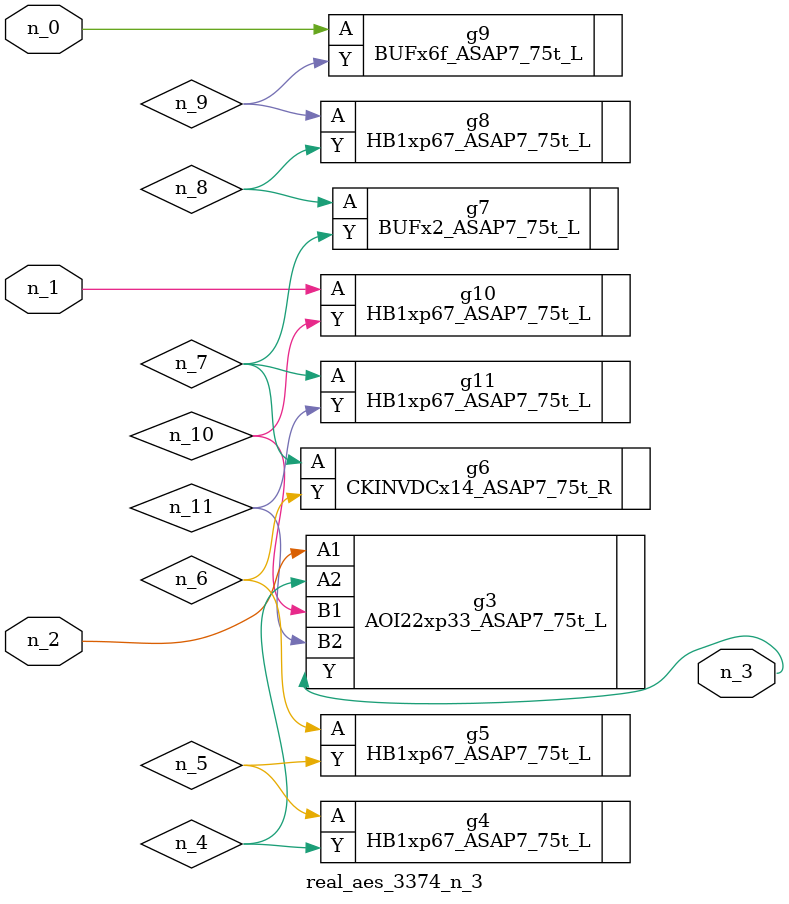
<source format=v>
module real_aes_3374_n_3 (n_0, n_2, n_1, n_3);
input n_0;
input n_2;
input n_1;
output n_3;
wire n_4;
wire n_5;
wire n_7;
wire n_8;
wire n_6;
wire n_9;
wire n_10;
wire n_11;
BUFx6f_ASAP7_75t_L g9 ( .A(n_0), .Y(n_9) );
HB1xp67_ASAP7_75t_L g10 ( .A(n_1), .Y(n_10) );
AOI22xp33_ASAP7_75t_L g3 ( .A1(n_2), .A2(n_4), .B1(n_10), .B2(n_11), .Y(n_3) );
HB1xp67_ASAP7_75t_L g4 ( .A(n_5), .Y(n_4) );
HB1xp67_ASAP7_75t_L g5 ( .A(n_6), .Y(n_5) );
CKINVDCx14_ASAP7_75t_R g6 ( .A(n_7), .Y(n_6) );
HB1xp67_ASAP7_75t_L g11 ( .A(n_7), .Y(n_11) );
BUFx2_ASAP7_75t_L g7 ( .A(n_8), .Y(n_7) );
HB1xp67_ASAP7_75t_L g8 ( .A(n_9), .Y(n_8) );
endmodule
</source>
